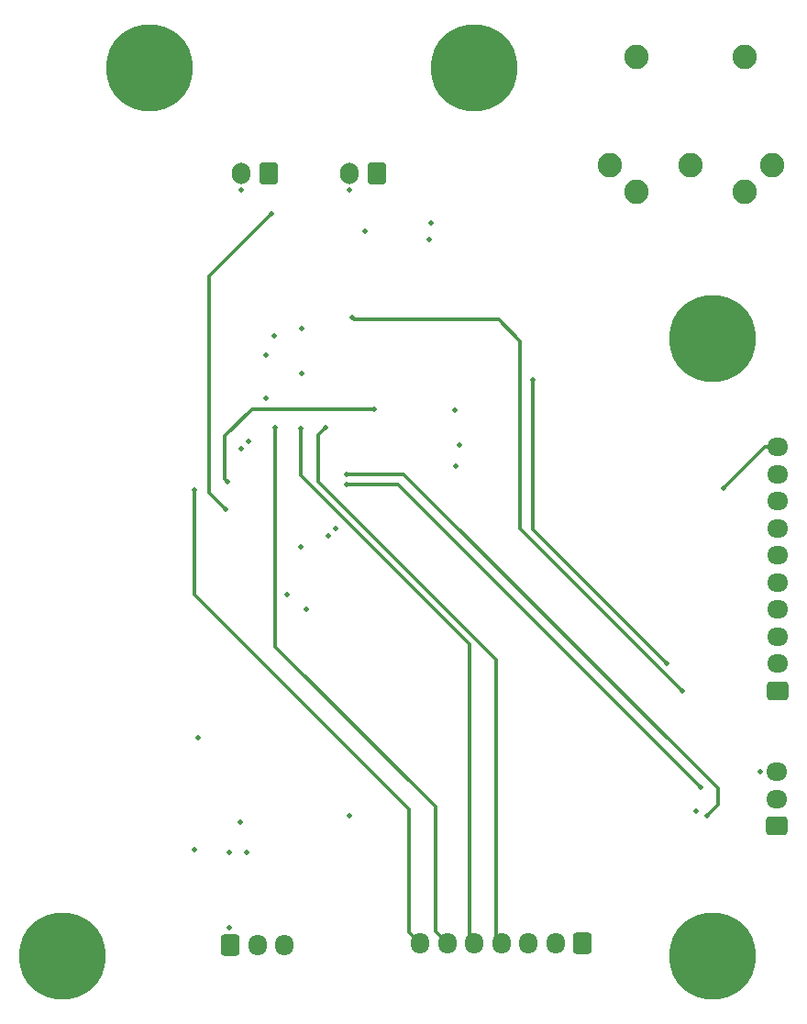
<source format=gbr>
%TF.GenerationSoftware,KiCad,Pcbnew,8.0.8*%
%TF.CreationDate,2025-04-07T17:27:46+02:00*%
%TF.ProjectId,PCB_V1,5043425f-5631-42e6-9b69-6361645f7063,rev?*%
%TF.SameCoordinates,Original*%
%TF.FileFunction,Copper,L4,Bot*%
%TF.FilePolarity,Positive*%
%FSLAX46Y46*%
G04 Gerber Fmt 4.6, Leading zero omitted, Abs format (unit mm)*
G04 Created by KiCad (PCBNEW 8.0.8) date 2025-04-07 17:27:46*
%MOMM*%
%LPD*%
G01*
G04 APERTURE LIST*
G04 Aperture macros list*
%AMRoundRect*
0 Rectangle with rounded corners*
0 $1 Rounding radius*
0 $2 $3 $4 $5 $6 $7 $8 $9 X,Y pos of 4 corners*
0 Add a 4 corners polygon primitive as box body*
4,1,4,$2,$3,$4,$5,$6,$7,$8,$9,$2,$3,0*
0 Add four circle primitives for the rounded corners*
1,1,$1+$1,$2,$3*
1,1,$1+$1,$4,$5*
1,1,$1+$1,$6,$7*
1,1,$1+$1,$8,$9*
0 Add four rect primitives between the rounded corners*
20,1,$1+$1,$2,$3,$4,$5,0*
20,1,$1+$1,$4,$5,$6,$7,0*
20,1,$1+$1,$6,$7,$8,$9,0*
20,1,$1+$1,$8,$9,$2,$3,0*%
G04 Aperture macros list end*
%TA.AperFunction,ComponentPad*%
%ADD10C,2.250000*%
%TD*%
%TA.AperFunction,ComponentPad*%
%ADD11C,4.400000*%
%TD*%
%TA.AperFunction,ConnectorPad*%
%ADD12C,8.000000*%
%TD*%
%TA.AperFunction,ComponentPad*%
%ADD13RoundRect,0.250000X0.600000X0.750000X-0.600000X0.750000X-0.600000X-0.750000X0.600000X-0.750000X0*%
%TD*%
%TA.AperFunction,ComponentPad*%
%ADD14O,1.700000X2.000000*%
%TD*%
%TA.AperFunction,ComponentPad*%
%ADD15RoundRect,0.250000X0.600000X0.725000X-0.600000X0.725000X-0.600000X-0.725000X0.600000X-0.725000X0*%
%TD*%
%TA.AperFunction,ComponentPad*%
%ADD16O,1.700000X1.950000*%
%TD*%
%TA.AperFunction,ComponentPad*%
%ADD17RoundRect,0.250000X0.725000X-0.600000X0.725000X0.600000X-0.725000X0.600000X-0.725000X-0.600000X0*%
%TD*%
%TA.AperFunction,ComponentPad*%
%ADD18O,1.950000X1.700000*%
%TD*%
%TA.AperFunction,ComponentPad*%
%ADD19RoundRect,0.250000X-0.600000X-0.725000X0.600000X-0.725000X0.600000X0.725000X-0.600000X0.725000X0*%
%TD*%
%TA.AperFunction,ViaPad*%
%ADD20C,0.500000*%
%TD*%
%TA.AperFunction,Conductor*%
%ADD21C,0.300000*%
%TD*%
G04 APERTURE END LIST*
D10*
%TO.P,J8,1,1*%
%TO.N,unconnected-(J8-Pad1)*%
X100500000Y-58000000D03*
%TO.P,J8,2,2*%
%TO.N,GND*%
X108000000Y-58000000D03*
%TO.P,J8,3,3*%
%TO.N,unconnected-(J8-Pad3)*%
X115500000Y-58000000D03*
%TO.P,J8,4,4*%
%TO.N,Net-(JP1-A)*%
X103000000Y-60500000D03*
%TO.P,J8,5,5*%
%TO.N,Net-(JP2-B)*%
X113000000Y-60500000D03*
%TO.P,J8,E1,E1*%
%TO.N,GND*%
X103000000Y-48000000D03*
%TO.P,J8,E2,E2*%
X113000000Y-48000000D03*
%TD*%
D11*
%TO.P,H3,1,1*%
%TO.N,GND*%
X88000000Y-49000000D03*
D12*
X88000000Y-49000000D03*
%TD*%
D13*
%TO.P,J4,1,Pin_1*%
%TO.N,+5V*%
X79000000Y-58750000D03*
D14*
%TO.P,J4,2,Pin_2*%
%TO.N,GND*%
X76500000Y-58750000D03*
%TD*%
D11*
%TO.P,H4,1,1*%
%TO.N,GND*%
X110000000Y-131000000D03*
D12*
X110000000Y-131000000D03*
%TD*%
D11*
%TO.P,H1,1,1*%
%TO.N,GND*%
X58000000Y-49000000D03*
D12*
X58000000Y-49000000D03*
%TD*%
D13*
%TO.P,J5,1,Pin_1*%
%TO.N,USART_TX*%
X69000000Y-58750000D03*
D14*
%TO.P,J5,2,Pin_2*%
%TO.N,GND*%
X66500000Y-58750000D03*
%TD*%
D15*
%TO.P,J7,1,Pin_1*%
%TO.N,LED_COM0*%
X98000000Y-129800000D03*
D16*
%TO.P,J7,2,Pin_2*%
%TO.N,LED_COM1*%
X95500000Y-129800000D03*
%TO.P,J7,3,Pin_3*%
%TO.N,LED8*%
X93000000Y-129800000D03*
%TO.P,J7,4,Pin_4*%
%TO.N,LED9*%
X90500000Y-129800000D03*
%TO.P,J7,5,Pin_5*%
%TO.N,LED10*%
X88000000Y-129800000D03*
%TO.P,J7,6,Pin_6*%
%TO.N,LED11*%
X85500000Y-129800000D03*
%TO.P,J7,7,Pin_7*%
%TO.N,LED12*%
X83000000Y-129800000D03*
%TD*%
D17*
%TO.P,J1,1,Pin_1*%
%TO.N,SW_UP*%
X115975000Y-119000000D03*
D18*
%TO.P,J1,2,Pin_2*%
%TO.N,SW_DOWN*%
X115975000Y-116500000D03*
%TO.P,J1,3,Pin_3*%
%TO.N,GND*%
X115975000Y-114000000D03*
%TD*%
D11*
%TO.P,H5,1,1*%
%TO.N,GND*%
X110000000Y-74000000D03*
D12*
X110000000Y-74000000D03*
%TD*%
D18*
%TO.P,J8_afficheur1,10,Pin_10*%
%TO.N,LED7_SEG*%
X116000000Y-84000000D03*
%TO.P,J8_afficheur1,9,Pin_9*%
%TO.N,LED6_SEG*%
X116000000Y-86500000D03*
%TO.P,J8_afficheur1,8,Pin_8*%
%TO.N,LED5_SEG*%
X116000000Y-89000000D03*
%TO.P,J8_afficheur1,7,Pin_7*%
%TO.N,LED4_SEG*%
X116000000Y-91500000D03*
%TO.P,J8_afficheur1,6,Pin_6*%
%TO.N,LED3_SEG*%
X116000000Y-94000000D03*
%TO.P,J8_afficheur1,5,Pin_5*%
%TO.N,LED2_SEG*%
X116000000Y-96500000D03*
%TO.P,J8_afficheur1,4,Pin_4*%
%TO.N,LED1_SEG*%
X116000000Y-99000000D03*
%TO.P,J8_afficheur1,3,Pin_3*%
%TO.N,LED0_SEG*%
X116000000Y-101500000D03*
%TO.P,J8_afficheur1,2,Pin_2*%
%TO.N,LED_COM1*%
X116000000Y-104000000D03*
D17*
%TO.P,J8_afficheur1,1,Pin_1*%
%TO.N,LED_COM0*%
X116000000Y-106500000D03*
%TD*%
D11*
%TO.P,H2,1,1*%
%TO.N,GND*%
X50000000Y-131000000D03*
D12*
X50000000Y-131000000D03*
%TD*%
D19*
%TO.P,J2,1,Pin_1*%
%TO.N,GND*%
X65500000Y-130000000D03*
D16*
%TO.P,J2,2,Pin_2*%
%TO.N,Net-(J2-Pin_2)*%
X68000000Y-130000000D03*
%TO.P,J2,3,Pin_3*%
%TO.N,Net-(J2-Pin_3)*%
X70500000Y-130000000D03*
%TD*%
D20*
%TO.N,LED12*%
X62200000Y-88000000D03*
%TO.N,LED11*%
X69625000Y-82250000D03*
%TO.N,LED_COM1*%
X93400000Y-77800000D03*
X105800000Y-104000000D03*
%TO.N,LED7_SEG*%
X111000000Y-87800000D03*
%TO.N,+3.3VA*%
X72500000Y-98950000D03*
%TO.N,LED10*%
X72025000Y-82275000D03*
%TO.N,+3.3V*%
X69500000Y-73750000D03*
%TO.N,GND*%
X68750000Y-75500000D03*
X68750000Y-79500000D03*
%TO.N,SW_UP*%
X109500000Y-118000000D03*
%TO.N,SW_DOWN*%
X108875000Y-115375000D03*
X76250000Y-87500000D03*
%TO.N,SW_UP*%
X76250000Y-86500000D03*
%TO.N,RESET*%
X65250000Y-87250000D03*
%TO.N,LED9*%
X74250000Y-82250000D03*
%TO.N,RESET*%
X78750000Y-80500000D03*
%TO.N,USART_TX*%
X69250000Y-62500000D03*
X65025000Y-89790000D03*
%TO.N,GND*%
X76500000Y-60250000D03*
X66500000Y-60250000D03*
%TO.N,LED_COM0*%
X76700000Y-72050000D03*
X107250000Y-106500000D03*
%TO.N,+3.3VA*%
X76500000Y-118000000D03*
%TO.N,GND*%
X114400000Y-114000000D03*
%TO.N,+3.3V*%
X108490000Y-117600000D03*
%TO.N,GND*%
X65400000Y-128400000D03*
%TO.N,+3.3VA*%
X62520000Y-110800000D03*
%TO.N,GND*%
X66400000Y-118600000D03*
%TO.N,+3.3VA*%
X62200000Y-121200000D03*
%TO.N,GND*%
X65400000Y-121400000D03*
%TO.N,+3.3VA*%
X67000000Y-121400000D03*
%TO.N,+3.3V*%
X72050000Y-73050000D03*
X72050000Y-77250000D03*
%TO.N,GND*%
X86225000Y-80590000D03*
%TO.N,+3.3V*%
X86325000Y-85790000D03*
%TO.N,GND*%
X86625000Y-83790000D03*
X77912500Y-64112500D03*
X83875000Y-64875000D03*
%TO.N,+3.3V*%
X84000000Y-63300000D03*
%TO.N,GND*%
X72025000Y-93190000D03*
%TO.N,+3.3V*%
X70725000Y-97590000D03*
%TO.N,GND*%
X67164411Y-83450589D03*
%TO.N,+3.3V*%
X66485589Y-84129411D03*
%TO.N,GND*%
X74535589Y-92179411D03*
%TO.N,+3.3V*%
X75214411Y-91500589D03*
%TD*%
D21*
%TO.N,LED_COM0*%
X76900000Y-72250000D02*
X76700000Y-72050000D01*
X90250000Y-72250000D02*
X76900000Y-72250000D01*
X92250000Y-74250000D02*
X90250000Y-72250000D01*
X92250000Y-91500000D02*
X92250000Y-74250000D01*
X107250000Y-106500000D02*
X92250000Y-91500000D01*
%TO.N,LED7_SEG*%
X111000000Y-87800000D02*
X114800000Y-84000000D01*
X114800000Y-84000000D02*
X116000000Y-84000000D01*
%TO.N,LED9*%
X73600000Y-82900000D02*
X74250000Y-82250000D01*
X73600000Y-87200000D02*
X73600000Y-82900000D01*
X90000000Y-103600000D02*
X73600000Y-87200000D01*
X90000000Y-129300000D02*
X90000000Y-103600000D01*
X90500000Y-129800000D02*
X90000000Y-129300000D01*
%TO.N,LED10*%
X72000000Y-86600000D02*
X72000000Y-82300000D01*
X72000000Y-82300000D02*
X72025000Y-82275000D01*
X87600000Y-102200000D02*
X72000000Y-86600000D01*
X87600000Y-129400000D02*
X87600000Y-102200000D01*
X88000000Y-129800000D02*
X87600000Y-129400000D01*
%TO.N,LED11*%
X84400000Y-117200000D02*
X84400000Y-128700000D01*
X84400000Y-128700000D02*
X85500000Y-129800000D01*
X69625000Y-102425000D02*
X84400000Y-117200000D01*
X69625000Y-82250000D02*
X69625000Y-102425000D01*
%TO.N,LED12*%
X82000000Y-117400000D02*
X82000000Y-128800000D01*
X62200000Y-97600000D02*
X82000000Y-117400000D01*
X82000000Y-128800000D02*
X83000000Y-129800000D01*
X62200000Y-88000000D02*
X62200000Y-97600000D01*
%TO.N,LED_COM1*%
X93400000Y-91600000D02*
X93400000Y-77800000D01*
X105800000Y-104000000D02*
X93400000Y-91600000D01*
%TO.N,SW_UP*%
X81500000Y-86500000D02*
X76250000Y-86500000D01*
X110500000Y-115500000D02*
X81500000Y-86500000D01*
X110500000Y-117000000D02*
X110500000Y-115500000D01*
X109500000Y-118000000D02*
X110500000Y-117000000D01*
%TO.N,SW_DOWN*%
X81000000Y-87500000D02*
X76250000Y-87500000D01*
X108875000Y-115375000D02*
X81000000Y-87500000D01*
%TO.N,RESET*%
X65000000Y-87000000D02*
X65250000Y-87250000D01*
X65000000Y-83000000D02*
X65000000Y-87000000D01*
X67500000Y-80500000D02*
X65000000Y-83000000D01*
X78750000Y-80500000D02*
X67500000Y-80500000D01*
%TO.N,USART_TX*%
X63500000Y-88265000D02*
X65025000Y-89790000D01*
X63500000Y-68250000D02*
X63500000Y-88265000D01*
X69250000Y-62500000D02*
X63500000Y-68250000D01*
%TD*%
M02*

</source>
